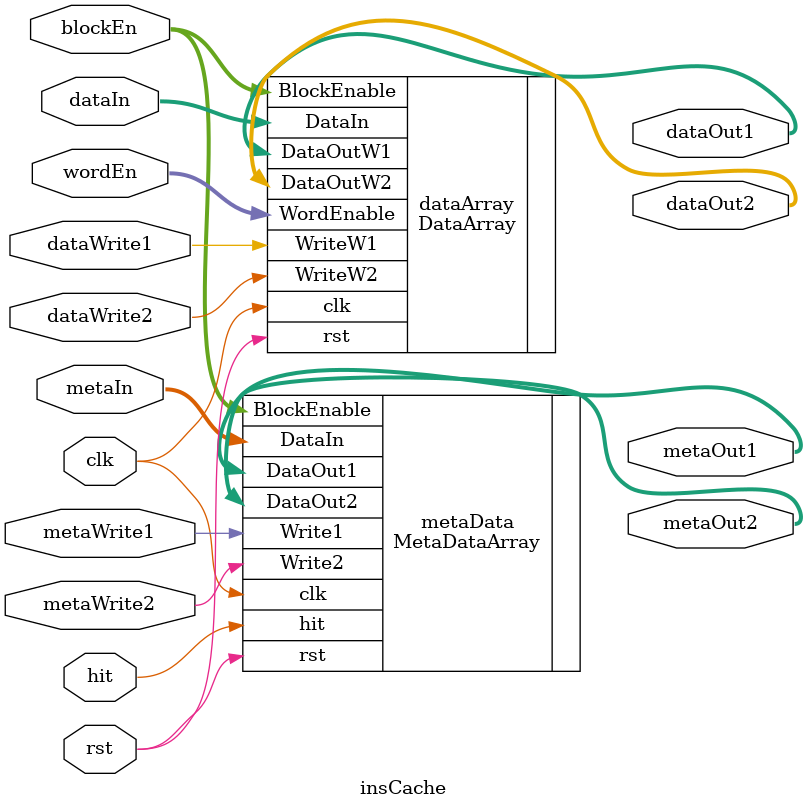
<source format=v>
module insCache(clk, rst, metaIn, dataIn, blockEn, wordEn, metaWrite1, metaWrite2, dataWrite1, dataWrite2, metaOut1, metaOut2, dataOut1, dataOut2, hit);
	input clk, rst, metaWrite1, metaWrite2, dataWrite1, dataWrite2, hit; 
	input [7:0] metaIn;
	input [15:0] dataIn;
	input [63:0] blockEn;
	input [7:0] wordEn;
	output [7:0] metaOut1, metaOut2;
	output [15:0] dataOut1, dataOut2;
	
	// metadata array
	MetaDataArray metaData(.clk(clk), .rst(rst), .DataIn(metaIn), .Write1(metaWrite1), .Write2(metaWrite2), .BlockEnable(blockEn), .DataOut1(metaOut1), .DataOut2(metaOut2), .hit(hit));
	
	// data array
	DataArray dataArray(.clk(clk), .rst(rst), .DataIn(dataIn), .WriteW1(dataWrite1), .WriteW2(dataWrite2), .BlockEnable(blockEn), .WordEnable(wordEn), .DataOutW1(dataOut1), .DataOutW2(dataOut2));
		
endmodule
</source>
